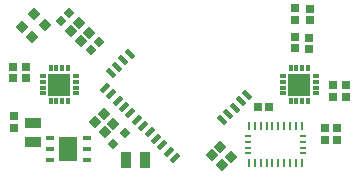
<source format=gtp>
%FSTAX44Y44*%
%MOMM*%
%SFA1B1*%

%IPPOS*%
%AMD17*
4,1,4,0.464820,-0.177800,-0.177800,0.464820,-0.464820,0.177800,0.177800,-0.464820,0.464820,-0.177800,0.0*
%
%AMD18*
4,1,4,0.464820,0.177800,0.177800,0.464820,-0.464820,-0.177800,-0.177800,-0.464820,0.464820,0.177800,0.0*
%
%AMD19*
4,1,4,-0.535940,-0.015240,-0.015240,-0.535940,0.535940,0.015240,0.015240,0.535940,-0.535940,-0.015240,0.0*
%
%AMD29*
4,1,4,-0.474980,-0.017780,-0.017780,-0.474980,0.474980,0.017780,0.017780,0.474980,-0.474980,-0.017780,0.0*
%
%AMD32*
4,1,4,-0.017780,0.474980,-0.474980,0.017780,0.017780,-0.474980,0.474980,-0.017780,-0.017780,0.474980,0.0*
%
%AMD33*
4,1,4,-0.563880,0.000000,0.000000,-0.563880,0.563880,0.000000,0.000000,0.563880,-0.563880,0.000000,0.0*
%
%ADD15R,0.699999X0.349999*%
%ADD16R,1.519997X1.999996*%
G04~CAMADD=17~9~0.0~0.0~358.3~161.4~0.0~0.0~0~0.0~0.0~0.0~0.0~0~0.0~0.0~0.0~0.0~0~0.0~0.0~0.0~315.0~366.0~365.0*
%ADD17D17*%
G04~CAMADD=18~9~0.0~0.0~161.4~358.3~0.0~0.0~0~0.0~0.0~0.0~0.0~0~0.0~0.0~0.0~0.0~0~0.0~0.0~0.0~315.0~366.0~365.0*
%ADD18D18*%
G04~CAMADD=19~9~0.0~0.0~291.3~307.1~0.0~0.0~0~0.0~0.0~0.0~0.0~0~0.0~0.0~0.0~0.0~0~0.0~0.0~0.0~135.0~422.0~421.0*
%ADD19D19*%
%ADD20R,0.574999X0.250000*%
%ADD21R,0.250000X0.674999*%
%ADD22R,0.779998X0.739999*%
%ADD23R,0.699999X0.649999*%
%ADD24R,0.299999X0.629999*%
%ADD25R,0.629999X0.299999*%
%ADD26R,0.739999X0.779998*%
%ADD27R,1.324997X0.824998*%
%ADD28R,0.824998X1.324997*%
G04~CAMADD=29~9~0.0~0.0~255.9~275.6~0.0~0.0~0~0.0~0.0~0.0~0.0~0~0.0~0.0~0.0~0.0~0~0.0~0.0~0.0~135.0~374.0~373.0*
%ADD29D29*%
%ADD30R,0.649999X0.699999*%
%ADD31R,1.849996X1.849996*%
G04~CAMADD=32~9~0.0~0.0~255.9~275.6~0.0~0.0~0~0.0~0.0~0.0~0.0~0~0.0~0.0~0.0~0.0~0~0.0~0.0~0.0~45.0~374.0~373.0*
%ADD32D32*%
G04~CAMADD=33~10~0.0~315.0~0.0~0.0~0.0~0.0~0~0.0~0.0~0.0~0.0~0~0.0~0.0~0.0~0.0~0~0.0~0.0~0.0~135.0~315.0~0.0*
%ADD33D33*%
%LNpcb1-1*%
%LPD*%
G54D15*
X00997952Y00442572D03*
X00997966Y00433067D03*
X00997953Y00423571D03*
X01028966Y00423566D03*
X01028952Y00433072D03*
X01028965Y00442567D03*
G54D16*
X0101346Y0043307D03*
G54D17*
X01164904Y00479033D03*
X01159516Y00473645D03*
X01154128Y00468256D03*
X0114874Y00462868D03*
X01143352Y0045748D03*
X01065414Y00513752D03*
X01060026Y00508364D03*
X01054638Y00502975D03*
X0104925Y00497587D03*
G54D18*
X01098281Y00431034D03*
X01082116Y00447199D03*
X01076728Y00452587D03*
X01065952Y00463363D03*
X01060564Y00468752D03*
X01055175Y0047414D03*
X01049787Y00479528D03*
X01044399Y00484916D03*
X0107134Y00457975D03*
X01087504Y00441811D03*
X01092893Y00436423D03*
X01103669Y00425646D03*
G54D19*
X01143865Y00419248D03*
X01150794Y00426178D03*
X01135154Y00428138D03*
X01142084Y00435068D03*
X0105144Y00454232D03*
X0104451Y00447302D03*
X01043197Y00462684D03*
X01036267Y00455754D03*
X01023964Y00524854D03*
X01030894Y00531784D03*
X01015578Y00532942D03*
X01022508Y00539871D03*
G54D20*
X01211844Y00444379D03*
Y00439379D03*
Y00434379D03*
Y00429379D03*
X01165594D03*
Y00434379D03*
Y00439379D03*
Y00444379D03*
G54D21*
X01166219Y00452504D03*
X01171219D03*
X01176219D03*
X01181219D03*
X01186219D03*
X01191219D03*
X01196219D03*
X01201219D03*
X01206219D03*
X01211219D03*
X01206219Y00421254D03*
X01201219D03*
X01196219D03*
X01191219D03*
X01186219D03*
X01181219D03*
X01176219D03*
X01171219D03*
X01166219D03*
X01211219D03*
G54D22*
X01173659Y0046863D03*
X01183459D03*
X01230809Y0045085D03*
X01240609D03*
G54D23*
X01240483Y00440818D03*
X01230983D03*
G54D24*
X01206539Y00473829D03*
Y00501529D03*
X01201539D03*
X01013339D03*
X01008339D03*
X01003339D03*
X00998339D03*
Y00473829D03*
X01003339D03*
X01008339D03*
X01013339D03*
X01201539D03*
X01211539D03*
X01216539D03*
Y00501529D03*
X01211539D03*
G54D25*
X01195189Y00480179D03*
X00991989Y00495179D03*
Y00490179D03*
Y00485179D03*
Y00480179D03*
X01019689D03*
Y00485179D03*
Y00490179D03*
Y00495179D03*
X01222889Y00480179D03*
Y00485179D03*
Y00490179D03*
Y00495179D03*
X01195189D03*
Y00490179D03*
Y00485179D03*
G54D26*
X0096774Y00460829D03*
Y00451029D03*
X009779Y00502739D03*
Y00492939D03*
X0096647Y00502739D03*
Y00492939D03*
X01237147Y00477577D03*
Y00487377D03*
X01248577Y00477577D03*
Y00487377D03*
X0120523Y00552269D03*
Y00542469D03*
Y00518339D03*
Y00528139D03*
G54D27*
X00983151Y00455416D03*
Y00439416D03*
G54D28*
X01062609Y0042418D03*
X01078609D03*
G54D29*
X0103296Y0051734D03*
X01039678Y00524058D03*
X0100756Y0054147D03*
X01014278Y00548188D03*
G54D30*
X0121793Y00552119D03*
Y00542619D03*
X01217205Y00517745D03*
Y00527245D03*
G54D31*
X0100584Y0048768D03*
X0120904D03*
G54D32*
X01060992Y00447088D03*
X01051446Y00437542D03*
G54D33*
X00974088Y00536711D03*
X00984695Y00547317D03*
X00982692Y00527984D03*
X00993299Y00538591D03*
M02*
</source>
